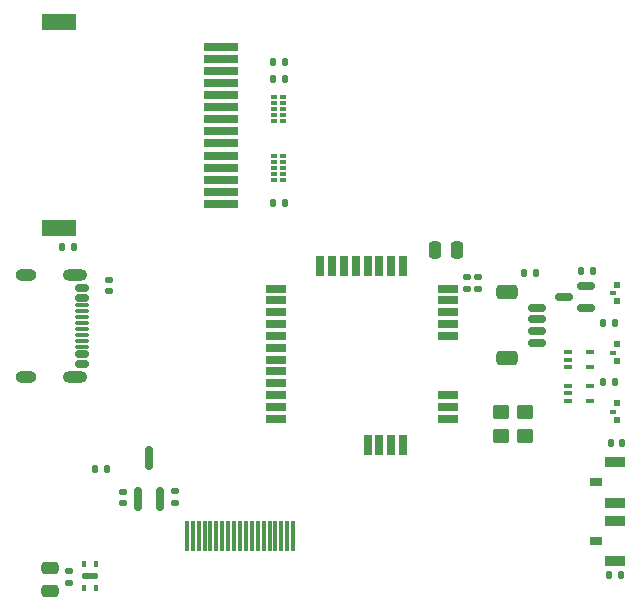
<source format=gbr>
%TF.GenerationSoftware,KiCad,Pcbnew,8.0.7*%
%TF.CreationDate,2024-12-14T14:48:29+01:00*%
%TF.ProjectId,CM5_CB,434d355f-4342-42e6-9b69-6361645f7063,rev?*%
%TF.SameCoordinates,Original*%
%TF.FileFunction,Paste,Top*%
%TF.FilePolarity,Positive*%
%FSLAX46Y46*%
G04 Gerber Fmt 4.6, Leading zero omitted, Abs format (unit mm)*
G04 Created by KiCad (PCBNEW 8.0.7) date 2024-12-14 14:48:29*
%MOMM*%
%LPD*%
G01*
G04 APERTURE LIST*
G04 Aperture macros list*
%AMRoundRect*
0 Rectangle with rounded corners*
0 $1 Rounding radius*
0 $2 $3 $4 $5 $6 $7 $8 $9 X,Y pos of 4 corners*
0 Add a 4 corners polygon primitive as box body*
4,1,4,$2,$3,$4,$5,$6,$7,$8,$9,$2,$3,0*
0 Add four circle primitives for the rounded corners*
1,1,$1+$1,$2,$3*
1,1,$1+$1,$4,$5*
1,1,$1+$1,$6,$7*
1,1,$1+$1,$8,$9*
0 Add four rect primitives between the rounded corners*
20,1,$1+$1,$2,$3,$4,$5,0*
20,1,$1+$1,$4,$5,$6,$7,0*
20,1,$1+$1,$6,$7,$8,$9,0*
20,1,$1+$1,$8,$9,$2,$3,0*%
G04 Aperture macros list end*
%ADD10RoundRect,0.140000X0.170000X-0.140000X0.170000X0.140000X-0.170000X0.140000X-0.170000X-0.140000X0*%
%ADD11RoundRect,0.250000X0.250000X0.475000X-0.250000X0.475000X-0.250000X-0.475000X0.250000X-0.475000X0*%
%ADD12RoundRect,0.087500X0.087500X-0.187500X0.087500X0.187500X-0.087500X0.187500X-0.087500X-0.187500X0*%
%ADD13RoundRect,0.125000X0.575000X-0.125000X0.575000X0.125000X-0.575000X0.125000X-0.575000X-0.125000X0*%
%ADD14RoundRect,0.087500X-0.087500X0.187500X-0.087500X-0.187500X0.087500X-0.187500X0.087500X0.187500X0*%
%ADD15R,1.800000X0.800000*%
%ADD16R,0.800000X1.800000*%
%ADD17RoundRect,0.250000X0.475000X-0.250000X0.475000X0.250000X-0.475000X0.250000X-0.475000X-0.250000X0*%
%ADD18RoundRect,0.135000X-0.135000X-0.185000X0.135000X-0.185000X0.135000X0.185000X-0.135000X0.185000X0*%
%ADD19RoundRect,0.250000X0.450000X-0.350000X0.450000X0.350000X-0.450000X0.350000X-0.450000X-0.350000X0*%
%ADD20R,1.700000X0.900000*%
%ADD21R,1.100000X0.800000*%
%ADD22RoundRect,0.150000X-0.425000X0.150000X-0.425000X-0.150000X0.425000X-0.150000X0.425000X0.150000X0*%
%ADD23RoundRect,0.075000X-0.500000X0.075000X-0.500000X-0.075000X0.500000X-0.075000X0.500000X0.075000X0*%
%ADD24O,2.100000X1.000000*%
%ADD25O,1.800000X1.000000*%
%ADD26RoundRect,0.140000X-0.140000X-0.170000X0.140000X-0.170000X0.140000X0.170000X-0.140000X0.170000X0*%
%ADD27R,0.300000X2.600000*%
%ADD28RoundRect,0.162500X0.162500X-0.837500X0.162500X0.837500X-0.162500X0.837500X-0.162500X-0.837500X0*%
%ADD29RoundRect,0.150000X0.625000X-0.150000X0.625000X0.150000X-0.625000X0.150000X-0.625000X-0.150000X0*%
%ADD30RoundRect,0.250000X0.650000X-0.350000X0.650000X0.350000X-0.650000X0.350000X-0.650000X-0.350000X0*%
%ADD31RoundRect,0.150000X0.587500X0.150000X-0.587500X0.150000X-0.587500X-0.150000X0.587500X-0.150000X0*%
%ADD32RoundRect,0.135000X0.135000X0.185000X-0.135000X0.185000X-0.135000X-0.185000X0.135000X-0.185000X0*%
%ADD33RoundRect,0.075000X0.200000X-0.075000X0.200000X0.075000X-0.200000X0.075000X-0.200000X-0.075000X0*%
%ADD34RoundRect,0.100000X-0.225000X-0.100000X0.225000X-0.100000X0.225000X0.100000X-0.225000X0.100000X0*%
%ADD35R,3.000000X1.400000*%
%ADD36R,3.000000X0.710000*%
%ADD37R,0.500000X0.400000*%
%ADD38R,0.600000X0.600000*%
G04 APERTURE END LIST*
D10*
%TO.C,C505*%
X119250000Y-49930000D03*
X119250000Y-48970000D03*
%TD*%
%TO.C,C504*%
X118300000Y-49930000D03*
X118300000Y-48970000D03*
%TD*%
D11*
%TO.C,C503*%
X117500000Y-46650000D03*
X115600000Y-46650000D03*
%TD*%
D12*
%TO.C,U601*%
X85900000Y-75317500D03*
X86900000Y-75317500D03*
D13*
X86400000Y-74292500D03*
D14*
X85900000Y-73267500D03*
X86900000Y-73267500D03*
%TD*%
D15*
%TO.C,U502*%
X116690000Y-60940000D03*
D16*
X112900000Y-63190000D03*
X111900000Y-63190000D03*
X110900000Y-63190000D03*
X109900000Y-63190000D03*
D15*
X102110000Y-60940000D03*
X102110000Y-59940000D03*
X102110000Y-58940000D03*
X102110000Y-57940000D03*
X102110000Y-56940000D03*
X102110000Y-55940000D03*
X102110000Y-54940000D03*
X102110000Y-53940000D03*
X102110000Y-52940000D03*
X102110000Y-51940000D03*
X102110000Y-50940000D03*
X102110000Y-49940000D03*
D16*
X105900000Y-48050000D03*
X106900000Y-48050000D03*
X107900000Y-48050000D03*
X108900000Y-48050000D03*
X109900000Y-48050000D03*
X110900000Y-48050000D03*
X111900000Y-48050000D03*
X112900000Y-48050000D03*
D15*
X116690000Y-49940000D03*
X116690000Y-50940000D03*
X116690000Y-51940000D03*
X116690000Y-52940000D03*
X116690000Y-53940000D03*
X116690000Y-58940000D03*
X116690000Y-59940000D03*
%TD*%
D10*
%TO.C,C602*%
X84650000Y-74830000D03*
X84650000Y-73870000D03*
%TD*%
D17*
%TO.C,C601*%
X83050000Y-75500000D03*
X83050000Y-73600000D03*
%TD*%
D18*
%TO.C,R104*%
X124150000Y-48650000D03*
X123130000Y-48650000D03*
%TD*%
D19*
%TO.C,R103*%
X121200000Y-60400000D03*
X121200000Y-62400000D03*
%TD*%
%TO.C,R102*%
X123200000Y-60400000D03*
X123200000Y-62400000D03*
%TD*%
D20*
%TO.C,SW602*%
X130850000Y-64650000D03*
X130850000Y-68050000D03*
D21*
X129210000Y-66350000D03*
%TD*%
D18*
%TO.C,R101*%
X87810000Y-65250000D03*
X86790000Y-65250000D03*
%TD*%
D22*
%TO.C,J101*%
X85730000Y-49900000D03*
X85730000Y-50700000D03*
D23*
X85730000Y-51850000D03*
X85730000Y-52850000D03*
X85730000Y-53350000D03*
X85730000Y-54350000D03*
D22*
X85730000Y-55500000D03*
X85730000Y-56300000D03*
X85730000Y-56300000D03*
X85730000Y-55500000D03*
D23*
X85730000Y-54850000D03*
X85730000Y-53850000D03*
X85730000Y-52350000D03*
X85730000Y-51350000D03*
D22*
X85730000Y-50700000D03*
X85730000Y-49900000D03*
D24*
X85155000Y-48780000D03*
D25*
X80975000Y-48780000D03*
D24*
X85155000Y-57420000D03*
D25*
X80975000Y-57420000D03*
%TD*%
D26*
%TO.C,C102*%
X131480000Y-63000000D03*
X130520000Y-63000000D03*
%TD*%
D10*
%TO.C,C101*%
X88050000Y-49220000D03*
X88050000Y-50180000D03*
%TD*%
D27*
%TO.C,J501*%
X94600000Y-70870000D03*
X95100000Y-70870000D03*
X95600000Y-70870000D03*
X96100000Y-70870000D03*
X96600000Y-70870000D03*
X97100000Y-70870000D03*
X97600000Y-70870000D03*
X98100000Y-70870000D03*
X98600000Y-70870000D03*
X99100000Y-70870000D03*
X99600000Y-70870000D03*
X100100000Y-70870000D03*
X100600000Y-70870000D03*
X101100000Y-70870000D03*
X101600000Y-70870000D03*
X102100000Y-70870000D03*
X102600000Y-70870000D03*
X103100000Y-70870000D03*
X103600000Y-70870000D03*
%TD*%
D28*
%TO.C,U501*%
X91400000Y-64290000D03*
X92350000Y-67710000D03*
X90450000Y-67710000D03*
%TD*%
D29*
%TO.C,J601*%
X124225000Y-54550000D03*
X124225000Y-53550000D03*
X124225000Y-52550000D03*
X124225000Y-51550000D03*
D30*
X121700000Y-55850000D03*
X121700000Y-50250000D03*
%TD*%
D10*
%TO.C,C502*%
X93600000Y-67100000D03*
X93600000Y-68060000D03*
%TD*%
%TO.C,C501*%
X89200000Y-67120000D03*
X89200000Y-68080000D03*
%TD*%
D18*
%TO.C,R403*%
X85020000Y-46400000D03*
X84000000Y-46400000D03*
%TD*%
D26*
%TO.C,C401*%
X102880000Y-32200000D03*
X101920000Y-32200000D03*
%TD*%
D18*
%TO.C,R601*%
X130340000Y-74200000D03*
X131360000Y-74200000D03*
%TD*%
D31*
%TO.C,Q601*%
X128437500Y-51612500D03*
X128437500Y-49712500D03*
X126562500Y-50662500D03*
%TD*%
D21*
%TO.C,SW601*%
X129210000Y-71300000D03*
D20*
X130850000Y-73000000D03*
X130850000Y-69600000D03*
%TD*%
D32*
%TO.C,R606*%
X130860000Y-52850000D03*
X129840000Y-52850000D03*
%TD*%
D33*
%TO.C,U401*%
X102750000Y-40700000D03*
X102750000Y-40200000D03*
X102750000Y-39700000D03*
X102750000Y-39200000D03*
X102750000Y-38700000D03*
X101980000Y-38700000D03*
X101980000Y-39200000D03*
X101980000Y-39700000D03*
X101980000Y-40200000D03*
X101980000Y-40700000D03*
%TD*%
D32*
%TO.C,R402*%
X102910000Y-30750000D03*
X101890000Y-30750000D03*
%TD*%
%TO.C,R401*%
X102910000Y-42700000D03*
X101890000Y-42700000D03*
%TD*%
D34*
%TO.C,U602*%
X126870000Y-58150000D03*
X126870000Y-58800000D03*
X126870000Y-59450000D03*
X128770000Y-59450000D03*
X128770000Y-58150000D03*
%TD*%
D35*
%TO.C,T401*%
X83805000Y-27395000D03*
X83805000Y-44845000D03*
D36*
X97505000Y-29490000D03*
X97505000Y-30510000D03*
X97505000Y-31530000D03*
X97505000Y-32550000D03*
X97505000Y-33570000D03*
X97505000Y-34590000D03*
X97505000Y-35610000D03*
X97505000Y-36630000D03*
X97505000Y-37650000D03*
X97505000Y-38670000D03*
X97505000Y-39690000D03*
X97505000Y-40710000D03*
X97505000Y-41730000D03*
X97505000Y-42750000D03*
%TD*%
D33*
%TO.C,U402*%
X102730000Y-35750000D03*
X102730000Y-35250000D03*
X102730000Y-34750000D03*
X102730000Y-34250000D03*
X102730000Y-33750000D03*
X101960000Y-33750000D03*
X101960000Y-34250000D03*
X101960000Y-34750000D03*
X101960000Y-35250000D03*
X101960000Y-35750000D03*
%TD*%
D37*
%TO.C,D601*%
X130700000Y-50300000D03*
D38*
X131000000Y-51000000D03*
X131000000Y-49600000D03*
%TD*%
D34*
%TO.C,U603*%
X126860000Y-55300000D03*
X126860000Y-55950000D03*
X126860000Y-56600000D03*
X128760000Y-56600000D03*
X128760000Y-55300000D03*
%TD*%
D32*
%TO.C,R602*%
X129020000Y-48450000D03*
X128000000Y-48450000D03*
%TD*%
D37*
%TO.C,D605*%
X130700000Y-60350000D03*
D38*
X131000000Y-61050000D03*
X131000000Y-59650000D03*
%TD*%
D37*
%TO.C,D606*%
X130700000Y-55350000D03*
D38*
X131000000Y-56050000D03*
X131000000Y-54650000D03*
%TD*%
D32*
%TO.C,R605*%
X130860000Y-57850000D03*
X129840000Y-57850000D03*
%TD*%
M02*

</source>
